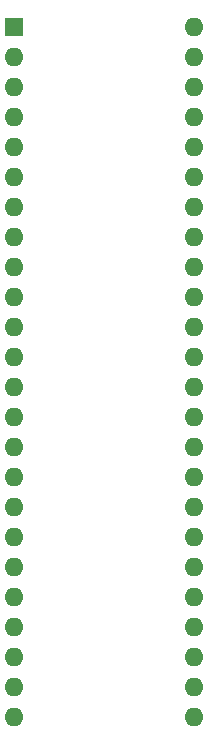
<source format=gbr>
G04 #@! TF.GenerationSoftware,KiCad,Pcbnew,(5.0.1-3-g963ef8bb5)*
G04 #@! TF.CreationDate,2022-07-03T20:38:46+09:00*
G04 #@! TF.ProjectId,LQFP48-Breakout,4C51465034382D427265616B6F75742E,rev?*
G04 #@! TF.SameCoordinates,Original*
G04 #@! TF.FileFunction,Copper,L2,Bot,Signal*
G04 #@! TF.FilePolarity,Positive*
%FSLAX46Y46*%
G04 Gerber Fmt 4.6, Leading zero omitted, Abs format (unit mm)*
G04 Created by KiCad (PCBNEW (5.0.1-3-g963ef8bb5)) date Sunday, 03 July 2022 at 20:38:46*
%MOMM*%
%LPD*%
G01*
G04 APERTURE LIST*
G04 #@! TA.AperFunction,ComponentPad*
%ADD10R,1.600000X1.600000*%
G04 #@! TD*
G04 #@! TA.AperFunction,ComponentPad*
%ADD11O,1.600000X1.600000*%
G04 #@! TD*
G04 APERTURE END LIST*
D10*
G04 #@! TO.P,J1,1*
G04 #@! TO.N,/A1*
X101473000Y-63500000D03*
D11*
G04 #@! TO.P,J1,25*
G04 #@! TO.N,/B24*
X116713000Y-121920000D03*
G04 #@! TO.P,J1,2*
G04 #@! TO.N,/A2*
X101473000Y-66040000D03*
G04 #@! TO.P,J1,26*
G04 #@! TO.N,/B23*
X116713000Y-119380000D03*
G04 #@! TO.P,J1,3*
G04 #@! TO.N,/A3*
X101473000Y-68580000D03*
G04 #@! TO.P,J1,27*
G04 #@! TO.N,/B22*
X116713000Y-116840000D03*
G04 #@! TO.P,J1,4*
G04 #@! TO.N,/A4*
X101473000Y-71120000D03*
G04 #@! TO.P,J1,28*
G04 #@! TO.N,/B21*
X116713000Y-114300000D03*
G04 #@! TO.P,J1,5*
G04 #@! TO.N,/A5*
X101473000Y-73660000D03*
G04 #@! TO.P,J1,29*
G04 #@! TO.N,/B20*
X116713000Y-111760000D03*
G04 #@! TO.P,J1,6*
G04 #@! TO.N,/A6*
X101473000Y-76200000D03*
G04 #@! TO.P,J1,30*
G04 #@! TO.N,/B19*
X116713000Y-109220000D03*
G04 #@! TO.P,J1,7*
G04 #@! TO.N,/A7*
X101473000Y-78740000D03*
G04 #@! TO.P,J1,31*
G04 #@! TO.N,/B18*
X116713000Y-106680000D03*
G04 #@! TO.P,J1,8*
G04 #@! TO.N,/A8*
X101473000Y-81280000D03*
G04 #@! TO.P,J1,32*
G04 #@! TO.N,/B17*
X116713000Y-104140000D03*
G04 #@! TO.P,J1,9*
G04 #@! TO.N,/A9*
X101473000Y-83820000D03*
G04 #@! TO.P,J1,33*
G04 #@! TO.N,/B16*
X116713000Y-101600000D03*
G04 #@! TO.P,J1,10*
G04 #@! TO.N,/A10*
X101473000Y-86360000D03*
G04 #@! TO.P,J1,34*
G04 #@! TO.N,/B15*
X116713000Y-99060000D03*
G04 #@! TO.P,J1,11*
G04 #@! TO.N,/A11*
X101473000Y-88900000D03*
G04 #@! TO.P,J1,35*
G04 #@! TO.N,/B14*
X116713000Y-96520000D03*
G04 #@! TO.P,J1,12*
G04 #@! TO.N,/A12*
X101473000Y-91440000D03*
G04 #@! TO.P,J1,36*
G04 #@! TO.N,/B13*
X116713000Y-93980000D03*
G04 #@! TO.P,J1,13*
G04 #@! TO.N,/A13*
X101473000Y-93980000D03*
G04 #@! TO.P,J1,37*
G04 #@! TO.N,/B12*
X116713000Y-91440000D03*
G04 #@! TO.P,J1,14*
G04 #@! TO.N,/A14*
X101473000Y-96520000D03*
G04 #@! TO.P,J1,38*
G04 #@! TO.N,/B11*
X116713000Y-88900000D03*
G04 #@! TO.P,J1,15*
G04 #@! TO.N,/A15*
X101473000Y-99060000D03*
G04 #@! TO.P,J1,39*
G04 #@! TO.N,/B10*
X116713000Y-86360000D03*
G04 #@! TO.P,J1,16*
G04 #@! TO.N,/A16*
X101473000Y-101600000D03*
G04 #@! TO.P,J1,40*
G04 #@! TO.N,/B9*
X116713000Y-83820000D03*
G04 #@! TO.P,J1,17*
G04 #@! TO.N,/A17*
X101473000Y-104140000D03*
G04 #@! TO.P,J1,41*
G04 #@! TO.N,/B8*
X116713000Y-81280000D03*
G04 #@! TO.P,J1,18*
G04 #@! TO.N,/A18*
X101473000Y-106680000D03*
G04 #@! TO.P,J1,42*
G04 #@! TO.N,/B7*
X116713000Y-78740000D03*
G04 #@! TO.P,J1,19*
G04 #@! TO.N,/A19*
X101473000Y-109220000D03*
G04 #@! TO.P,J1,43*
G04 #@! TO.N,/B6*
X116713000Y-76200000D03*
G04 #@! TO.P,J1,20*
G04 #@! TO.N,/A20*
X101473000Y-111760000D03*
G04 #@! TO.P,J1,44*
G04 #@! TO.N,/B5*
X116713000Y-73660000D03*
G04 #@! TO.P,J1,21*
G04 #@! TO.N,/A21*
X101473000Y-114300000D03*
G04 #@! TO.P,J1,45*
G04 #@! TO.N,/B4*
X116713000Y-71120000D03*
G04 #@! TO.P,J1,22*
G04 #@! TO.N,/A22*
X101473000Y-116840000D03*
G04 #@! TO.P,J1,46*
G04 #@! TO.N,/B3*
X116713000Y-68580000D03*
G04 #@! TO.P,J1,23*
G04 #@! TO.N,/A23*
X101473000Y-119380000D03*
G04 #@! TO.P,J1,47*
G04 #@! TO.N,/B2*
X116713000Y-66040000D03*
G04 #@! TO.P,J1,24*
G04 #@! TO.N,/A24*
X101473000Y-121920000D03*
G04 #@! TO.P,J1,48*
G04 #@! TO.N,/B1*
X116713000Y-63500000D03*
G04 #@! TD*
M02*

</source>
